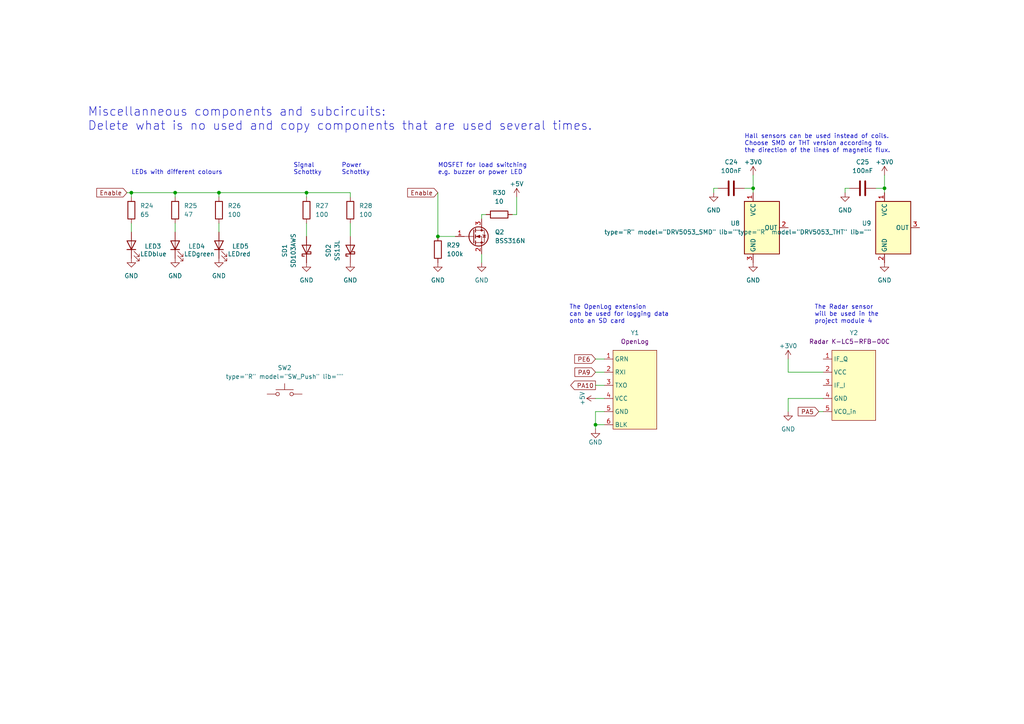
<source format=kicad_sch>
(kicad_sch (version 20230121) (generator eeschema)
  (paper "A4")
  (title_block (title "Miscellaneous") (date "2022-12-22") (company "hhrt@zhaw.ch"))
  (lib_symbols
    (symbol "Device:C" (pin_numbers hide) (pin_names (offset 0.254))
      (property "Reference" "C" (at 0.635 2.54 0))
      (property "Value" "C" (at 0.635 -2.54 0))
      (symbol "C_0_1"
        (polyline (pts (xy -2.032 -0.762) (xy 2.032 -0.762)) (stroke (width 0.508)))
        (polyline (pts (xy -2.032 0.762) (xy 2.032 0.762)) (stroke (width 0.508)))
      )
      (symbol "C_1_1"
        (pin passive line (at 0 3.81 270) (length 2.794) (name "~") (number "1"))
        (pin passive line (at 0 -3.81 90) (length 2.794) (name "~") (number "2"))
      )
    )
    (symbol "Device:D_Schottky" (pin_numbers hide) (pin_names (offset 1.016) hide)
      (property "Reference" "D" (at 0 2.54 0))
      (property "Value" "D_Schottky" (at 0 -2.54 0))
      (symbol "D_Schottky_0_1"
        (polyline (pts (xy 1.27 0) (xy -1.27 0)))
        (polyline (pts (xy 1.27 1.27) (xy 1.27 -1.27) (xy -1.27 0) (xy 1.27 1.27)) (stroke (width 0.254)))
        (polyline (pts (xy -1.905 0.635) (xy -1.905 1.27) (xy -1.27 1.27) (xy -1.27 -1.27) (xy -0.635 -1.27) (xy -0.635 -0.635)) (stroke (width 0.254)))
      )
      (symbol "D_Schottky_1_1"
        (pin passive line (at -3.81 0 0) (length 2.54) (name "K") (number "1"))
        (pin passive line (at 3.81 0 180) (length 2.54) (name "A") (number "2"))
      )
    )
    (symbol "Device:LED" (pin_numbers hide) (pin_names (offset 1.016) hide)
      (property "Reference" "D" (at 0 2.54 0))
      (property "Value" "LED" (at 0 -2.54 0))
      (symbol "LED_0_1"
        (polyline (pts (xy -1.27 -1.27) (xy -1.27 1.27)) (stroke (width 0.254)))
        (polyline (pts (xy -1.27 0) (xy 1.27 0)))
        (polyline (pts (xy 1.27 -1.27) (xy 1.27 1.27) (xy -1.27 0) (xy 1.27 -1.27)) (stroke (width 0.254)))
        (polyline (pts (xy -3.048 -0.762) (xy -4.572 -2.286) (xy -3.81 -2.286) (xy -4.572 -2.286) (xy -4.572 -1.524)))
        (polyline (pts (xy -1.778 -0.762) (xy -3.302 -2.286) (xy -2.54 -2.286) (xy -3.302 -2.286) (xy -3.302 -1.524)))
      )
      (symbol "LED_1_1"
        (pin passive line (at -3.81 0 0) (length 2.54) (name "K") (number "1"))
        (pin passive line (at 3.81 0 180) (length 2.54) (name "A") (number "2"))
      )
    )
    (symbol "Device:R" (pin_numbers hide) (pin_names (offset 0))
      (property "Reference" "R" (at 2.032 0 90))
      (property "Value" "R" (at 0 0 90))
      (symbol "R_0_1"
        (rectangle (start -1.016 -2.54) (end 1.016 2.54) (stroke (width 0.254)))
      )
      (symbol "R_1_1"
        (pin passive line (at 0 3.81 270) (length 1.27) (name "~") (number "1"))
        (pin passive line (at 0 -3.81 90) (length 1.27) (name "~") (number "2"))
      )
    )
    (symbol "HW_template:OpenLog"
      (property "Reference" "Y" (at 0 16.51 0))
      (property "Value" "${SIM.PARAMS}" (at 0 13.97 0))
      (property "Sim.Params" "OpenLog" (at 0 13.97 0))
      (symbol "OpenLog_0_1"
        (rectangle (start -6.35 11.43) (end 6.35 -11.43) (fill (type background)))
      )
      (symbol "OpenLog_1_1"
        (pin input line (at -8.89 8.89 0) (length 2.54) (name "GRN") (number "1"))
        (pin input line (at -8.89 5.08 0) (length 2.54) (name "RXI") (number "2"))
        (pin output line (at -8.89 1.27 0) (length 2.54) (name "TXO") (number "3"))
        (pin power_in line (at -8.89 -2.54 0) (length 2.54) (name "VCC") (number "4"))
        (pin power_in line (at -8.89 -6.35 0) (length 2.54) (name "GND") (number "5"))
        (pin power_in line (at -8.89 -10.16 0) (length 2.54) (name "BLK") (number "6"))
      )
    )
    (symbol "HW_template:Radar K-LC5-RFB-00C"
      (property "Reference" "Y" (at 0 15.24 0))
      (property "Value" "${SIM.PARAMS}" (at -1.27 12.7 0))
      (property "Sim.Params" "Radar K-LC5-RFB-00C" (at -1.27 12.7 0))
      (symbol "Radar K-LC5-RFB-00C_0_1"
        (rectangle (start -6.35 10.16) (end 6.35 -10.16) (fill (type background)))
      )
      (symbol "Radar K-LC5-RFB-00C_1_1"
        (pin output line (at -8.89 7.62 0) (length 2.54) (name "IF_Q") (number "1"))
        (pin power_in line (at -8.89 3.81 0) (length 2.54) (name "VCC") (number "2"))
        (pin output line (at -8.89 0 0) (length 2.54) (name "IF_I") (number "3"))
        (pin power_in line (at -8.89 -3.81 0) (length 2.54) (name "GND") (number "4"))
        (pin input line (at -8.89 -7.62 0) (length 2.54) (name "VCO_in") (number "5"))
      )
    )
    (symbol "Sensor_Magnetic:DRV5055A1xDBZxQ1"
      (property "Reference" "U" (at 2.54 12.7 0))
      (property "Value" "DRV5055A1xDBZxQ1" (at 2.54 10.16 0))
      (symbol "DRV5055A1xDBZxQ1_1_1"
        (rectangle (start -5.08 7.62) (end 5.08 -7.62) (stroke (width 0.254)) (fill (type background)))
        (pin power_in line (at -2.54 10.16 270) (length 2.54) (name "VCC") (number "1"))
        (pin output line (at 7.62 0 180) (length 2.54) (name "OUT") (number "2"))
        (pin power_in line (at -2.54 -10.16 90) (length 2.54) (name "GND") (number "3"))
      )
    )
    (symbol "Sensor_Magnetic:DRV5055A1xLPGxQ1"
      (property "Reference" "U" (at 5.08 12.7 0))
      (property "Value" "DRV5055A1xLPGxQ1" (at 7.62 10.16 0))
      (symbol "DRV5055A1xLPGxQ1_1_1"
        (rectangle (start -5.08 7.62) (end 5.08 -7.62) (stroke (width 0.254)) (fill (type background)))
        (pin power_in line (at -2.54 10.16 270) (length 2.54) (name "VCC") (number "1"))
        (pin power_in line (at -2.54 -10.16 90) (length 2.54) (name "GND") (number "2"))
        (pin output line (at 7.62 0 180) (length 2.54) (name "OUT") (number "3"))
      )
    )
    (symbol "Switch:SW_Push" (pin_numbers hide) (pin_names (offset 1.016) hide)
      (property "Reference" "SW" (at 1.27 2.54 0))
      (property "Value" "SW_Push" (at 0 -1.524 0))
      (symbol "SW_Push_0_1"
        (circle (center -2.032 0) (radius 0.508))
        (polyline (pts (xy 0 1.27) (xy 0 3.048)))
        (polyline (pts (xy 2.54 1.27) (xy -2.54 1.27)))
        (circle (center 2.032 0) (radius 0.508))
        (pin passive line (at -5.08 0 0) (length 2.54) (name "1") (number "1"))
        (pin passive line (at 5.08 0 180) (length 2.54) (name "2") (number "2"))
      )
    )
    (symbol "Transistor_FET:BSS138" (pin_names hide)
      (property "Reference" "Q" (at 5.08 1.905 0))
      (property "Value" "BSS138" (at 5.08 0 0))
      (symbol "BSS138_0_1"
        (polyline (pts (xy 0.254 0) (xy -2.54 0)))
        (polyline (pts (xy 0.254 1.905) (xy 0.254 -1.905)) (stroke (width 0.254)))
        (polyline (pts (xy 0.762 -1.27) (xy 0.762 -2.286)) (stroke (width 0.254)))
        (polyline (pts (xy 0.762 0.508) (xy 0.762 -0.508)) (stroke (width 0.254)))
        (polyline (pts (xy 0.762 2.286) (xy 0.762 1.27)) (stroke (width 0.254)))
        (polyline (pts (xy 2.54 2.54) (xy 2.54 1.778)))
        (polyline (pts (xy 2.54 -2.54) (xy 2.54 0) (xy 0.762 0)))
        (polyline (pts (xy 0.762 -1.778) (xy 3.302 -1.778) (xy 3.302 1.778) (xy 0.762 1.778)))
        (polyline (pts (xy 1.016 0) (xy 2.032 0.381) (xy 2.032 -0.381) (xy 1.016 0)) (fill (type outline)))
        (polyline (pts (xy 2.794 0.508) (xy 2.921 0.381) (xy 3.683 0.381) (xy 3.81 0.254)))
        (polyline (pts (xy 3.302 0.381) (xy 2.921 -0.254) (xy 3.683 -0.254) (xy 3.302 0.381)))
        (circle (center 1.651 0) (radius 2.794) (stroke (width 0.254)))
        (circle (center 2.54 -1.778) (radius 0.254) (fill (type outline)))
        (circle (center 2.54 1.778) (radius 0.254) (fill (type outline)))
      )
      (symbol "BSS138_1_1"
        (pin input line (at -5.08 0 0) (length 2.54) (name "G") (number "1"))
        (pin passive line (at 2.54 -5.08 90) (length 2.54) (name "S") (number "2"))
        (pin passive line (at 2.54 5.08 270) (length 2.54) (name "D") (number "3"))
      )
    )
    (symbol "power:+3V0" (power) (pin_names (offset 0))
      (property "Value" "+3V0" (at 0 3.556 0))
      (symbol "+3V0_0_1"
        (polyline (pts (xy -0.762 1.27) (xy 0 2.54)))
        (polyline (pts (xy 0 0) (xy 0 2.54)))
        (polyline (pts (xy 0 2.54) (xy 0.762 1.27)))
      )
      (symbol "+3V0_1_1"
        (pin power_in line (at 0 0 90) (length 0) hide (name "+3V0") (number "1"))
      )
    )
    (symbol "power:+5V" (power) (pin_names (offset 0))
      (property "Value" "+5V" (at 0 3.556 0))
      (symbol "+5V_0_1"
        (polyline (pts (xy -0.762 1.27) (xy 0 2.54)))
        (polyline (pts (xy 0 0) (xy 0 2.54)))
        (polyline (pts (xy 0 2.54) (xy 0.762 1.27)))
      )
      (symbol "+5V_1_1"
        (pin power_in line (at 0 0 90) (length 0) hide (name "+5V") (number "1"))
      )
    )
    (symbol "power:GND" (power) (pin_names (offset 0))
      (property "Value" "GND" (at 0 -3.81 0))
      (symbol "GND_0_1"
        (polyline (pts (xy 0 0) (xy 0 -1.27) (xy 1.27 -1.27) (xy 0 -2.54) (xy -1.27 -1.27) (xy 0 -1.27)))
      )
      (symbol "GND_1_1"
        (pin power_in line (at 0 0 270) (length 0) hide (name "GND") (number "1"))
      )
    )
  )
  (junction (at 172.72 123.19))
  (junction (at 127 68.58))
  (junction (at 63.5 55.88))
  (junction (at 218.44 54.61))
  (junction (at 256.54 54.61))
  (junction (at 88.9 55.88))
  (junction (at 50.8 55.88))
  (junction (at 38.1 55.88))
  (wire (pts (xy 63.5 64.77) (xy 63.5 67.31)))
  (wire (pts (xy 36.83 55.88) (xy 38.1 55.88)))
  (wire (pts (xy 149.86 57.15) (xy 149.86 62.23)))
  (wire (pts (xy 218.44 54.61) (xy 218.44 55.88)))
  (wire (pts (xy 38.1 55.88) (xy 50.8 55.88)))
  (wire (pts (xy 38.1 57.15) (xy 38.1 55.88)))
  (wire (pts (xy 101.6 55.88) (xy 101.6 57.15)))
  (wire (pts (xy 172.72 119.38) (xy 172.72 123.19)))
  (wire (pts (xy 245.11 54.61) (xy 245.11 55.88)))
  (wire (pts (xy 237.49 119.38) (xy 238.76 119.38)))
  (wire (pts (xy 148.59 62.23) (xy 149.86 62.23)))
  (wire (pts (xy 38.1 64.77) (xy 38.1 67.31)))
  (wire (pts (xy 101.6 64.77) (xy 101.6 68.58)))
  (wire (pts (xy 88.9 55.88) (xy 101.6 55.88)))
  (wire (pts (xy 172.72 104.14) (xy 175.26 104.14)))
  (wire (pts (xy 172.72 111.76) (xy 175.26 111.76)))
  (wire (pts (xy 256.54 54.61) (xy 256.54 55.88)))
  (wire (pts (xy 172.72 115.57) (xy 175.26 115.57)))
  (wire (pts (xy 127 68.58) (xy 132.08 68.58)))
  (wire (pts (xy 207.01 54.61) (xy 207.01 55.88)))
  (wire (pts (xy 254 54.61) (xy 256.54 54.61)))
  (wire (pts (xy 140.97 62.23) (xy 139.7 62.23)))
  (wire (pts (xy 172.72 123.19) (xy 172.72 124.46)))
  (wire (pts (xy 238.76 115.57) (xy 228.6 115.57)))
  (wire (pts (xy 246.38 54.61) (xy 245.11 54.61)))
  (wire (pts (xy 218.44 50.8) (xy 218.44 54.61)))
  (wire (pts (xy 228.6 115.57) (xy 228.6 119.38)))
  (wire (pts (xy 139.7 73.66) (xy 139.7 76.2)))
  (wire (pts (xy 228.6 107.95) (xy 238.76 107.95)))
  (wire (pts (xy 139.7 62.23) (xy 139.7 63.5)))
  (wire (pts (xy 175.26 119.38) (xy 172.72 119.38)))
  (wire (pts (xy 208.28 54.61) (xy 207.01 54.61)))
  (wire (pts (xy 63.5 55.88) (xy 88.9 55.88)))
  (wire (pts (xy 88.9 55.88) (xy 88.9 57.15)))
  (wire (pts (xy 172.72 107.95) (xy 175.26 107.95)))
  (wire (pts (xy 88.9 64.77) (xy 88.9 68.58)))
  (wire (pts (xy 172.72 123.19) (xy 175.26 123.19)))
  (wire (pts (xy 50.8 55.88) (xy 63.5 55.88)))
  (wire (pts (xy 63.5 55.88) (xy 63.5 57.15)))
  (wire (pts (xy 215.9 54.61) (xy 218.44 54.61)))
  (wire (pts (xy 256.54 50.8) (xy 256.54 54.61)))
  (wire (pts (xy 50.8 64.77) (xy 50.8 67.31)))
  (wire (pts (xy 127 55.88) (xy 127 68.58)))
  (wire (pts (xy 228.6 104.14) (xy 228.6 107.95)))
  (wire (pts (xy 50.8 55.88) (xy 50.8 57.15)))
  (text "The Radar sensor\nwill be used in the\nproject module 4" (at 236.22 93.98 0) (effects (font (size 1.27 1.27)) (justify left bottom)))
  (text "MOSFET for load switching\ne.g. buzzer or power LED" (at 127 50.8 0) (effects (font (size 1.27 1.27)) (justify left bottom)))
  (text "The OpenLog extension\ncan be used for logging data\nonto an SD card" (at 165.1 93.98 0) (effects (font (size 1.27 1.27)) (justify left bottom)))
  (text "LEDs with different colours" (at 38.1 50.8 0) (effects (font (size 1.27 1.27)) (justify left bottom)))
  (text "Signal\nSchottky" (at 85.09 50.8 0) (effects (font (size 1.27 1.27)) (justify left bottom)))
  (text "Hall sensors can be used instead of coils.\nChoose SMD or THT version according to\nthe direction of the lines of magnetic flux." (at 215.9 44.45 0) (effects (font (size 1.27 1.27)) (justify left bottom)))
  (text "Power\nSchottky" (at 99.06 50.8 0) (effects (font (size 1.27 1.27)) (justify left bottom)))
  (text "Miscellanneous components and subcircuits:\nDelete what is no used and copy components that are used several times." (at 25.4 38.1 0) (effects (font (size 2.54 2.54)) (justify left bottom)))
  (global_label "Enable" (shape input) (at 127 55.88 180) (property "Intersheetrefs" "${INTERSHEET_REFS}" (effects hide)))
  (global_label "PA9" (shape input) (at 172.72 107.95 180) (property "Intersheetrefs" "${INTERSHEET_REFS}" (effects hide)))
  (global_label "Enable" (shape input) (at 36.83 55.88 180) (property "Intersheetrefs" "${INTERSHEET_REFS}" (effects hide)))
  (global_label "PE6" (shape input) (at 172.72 104.14 180) (property "Intersheetrefs" "${INTERSHEET_REFS}" (effects hide)))
  (global_label "PA5" (shape input) (at 237.49 119.38 180) (property "Intersheetrefs" "${INTERSHEET_REFS}" (effects hide)))
  (global_label "PA10" (shape output) (at 172.72 111.76 180) (property "Intersheetrefs" "${INTERSHEET_REFS}" (effects hide)))
  (symbol (lib_id "power:GND") (at 63.5 74.93 0) (unit 1)
    (property "Reference" "#PWR049" (effects hide))
    (property "Value" "GND" (at 63.5 80.01 0))
  )
  (symbol (lib_id "power:GND") (at 88.9 76.2 0) (unit 1)
    (property "Reference" "#PWR050" (effects hide))
    (property "Value" "GND" (at 88.9 81.28 0))
  )
  (symbol (lib_id "Device:R") (at 50.8 60.96 0) (unit 1)
    (property "Reference" "R25" (at 53.34 59.6899 0) (effects (justify left)))
    (property "Value" "47" (at 53.34 62.2299 0) (effects (justify left)))
    (property "Footprint" "Resistor_SMD:R_0805_2012Metric_Pad1.20x1.40mm_HandSolder" (effects hide))
  )
  (symbol (lib_id "power:GND") (at 172.72 124.46 0) (unit 1)
    (property "Reference" "#PWR056" (effects hide))
    (property "Value" "GND" (at 172.72 128.27 0))
  )
  (symbol (lib_id "Sensor_Magnetic:DRV5055A1xLPGxQ1") (at 259.08 66.04 0) (unit 1)
    (property "Reference" "U9" (at 252.73 64.7699 0) (effects (justify right)))
    (property "Value" "${SIM.PARAMS}" (at 252.73 67.3099 0) (effects (justify right)))
    (property "Footprint" "HW_template:TO-92Flat_wide" (effects hide))
    (property "Datasheet" "https://www.ti.com/product/DRV5053" (effects hide))
    (property "Sim.Enable" "0" (effects hide))
    (property "Sim.Device" "SPICE" (effects hide))
    (property "Sim.Params" "type=\"R\" model=\"DRV5053_THT\" lib=\"\"" (effects hide))
    (property "Sim.Pins" "1=1 2=2 3=3" (effects hide))
  )
  (symbol (lib_id "Device:R") (at 144.78 62.23 270) (unit 1)
    (property "Reference" "R30" (at 144.78 55.88 90))
    (property "Value" "10" (at 144.78 58.42 90))
    (property "Footprint" "Resistor_SMD:R_0805_2012Metric_Pad1.20x1.40mm_HandSolder" (effects hide))
  )
  (symbol (lib_id "power:GND") (at 38.1 74.93 0) (unit 1)
    (property "Reference" "#PWR047" (effects hide))
    (property "Value" "GND" (at 38.1 80.01 0))
  )
  (symbol (lib_id "HW_template:Radar K-LC5-RFB-00C") (at 247.65 111.76 0) (unit 1)
    (property "Reference" "Y2" (at 247.65 96.52 0))
    (property "Value" "${SIM.PARAMS}" (at 246.38 99.06 0))
    (property "Footprint" "HW_template:Radar_K-LC5" (effects hide))
    (property "Datasheet" "https://rfbeam.ch/product/k-lc5-radar-transceiver/" (effects hide))
    (property "Sim.Enable" "0" (effects hide))
    (property "Sim.Device" "SPICE" (effects hide))
    (property "Sim.Params" "Radar K-LC5-RFB-00C" (at 246.38 99.06 0))
    (property "Sim.Pins" "1=1 2=2 3=3 4=4 5=5" (effects hide))
  )
  (symbol (lib_id "Device:LED") (at 63.5 71.12 90) (unit 1)
    (property "Reference" "LED5" (at 67.31 71.4374 90) (effects (justify right)))
    (property "Value" "LEDred" (at 66.04 73.66 90) (effects (justify right)))
    (property "Footprint" "LED_SMD:LED_1206_3216Metric_Pad1.42x1.75mm_HandSolder" (effects hide))
    (property "Sim.Library" "spice\\miscellaneous.lib" (effects hide))
    (property "Sim.Name" "LEDred" (effects hide))
    (property "Sim.Pins" "2=1 1=2" (effects hide))
  )
  (symbol (lib_id "power:+5V") (at 149.86 57.15 0) (unit 1)
    (property "Reference" "#PWR054" (effects hide))
    (property "Value" "+5V" (at 149.86 53.34 0))
  )
  (symbol (lib_id "Sensor_Magnetic:DRV5055A1xDBZxQ1") (at 220.98 66.04 0) (unit 1)
    (property "Reference" "U8" (at 214.63 64.7699 0) (effects (justify right)))
    (property "Value" "${SIM.PARAMS}" (at 214.63 67.3099 0) (effects (justify right)))
    (property "Footprint" "Package_TO_SOT_SMD:SOT-23" (effects hide))
    (property "Sim.Enable" "0" (effects hide))
    (property "Sim.Device" "SPICE" (effects hide))
    (property "Sim.Params" "type=\"R\" model=\"DRV5053_SMD\" lib=\"\"" (effects hide))
    (property "Sim.Pins" "1=1 2=2 3=3" (effects hide))
  )
  (symbol (lib_id "Device:R") (at 38.1 60.96 0) (unit 1)
    (property "Reference" "R24" (at 40.64 59.69 0) (effects (justify left)))
    (property "Value" "65" (at 40.64 62.23 0) (effects (justify left)))
    (property "Footprint" "Resistor_SMD:R_0805_2012Metric_Pad1.20x1.40mm_HandSolder" (effects hide))
  )
  (symbol (lib_id "Device:R") (at 63.5 60.96 0) (unit 1)
    (property "Reference" "R26" (at 66.04 59.6899 0) (effects (justify left)))
    (property "Value" "100" (at 66.04 62.2299 0) (effects (justify left)))
    (property "Footprint" "Resistor_SMD:R_0805_2012Metric_Pad1.20x1.40mm_HandSolder" (effects hide))
  )
  (symbol (lib_id "power:GND") (at 245.11 55.88 0) (unit 1)
    (property "Reference" "#PWR062" (effects hide))
    (property "Value" "GND" (at 245.11 60.96 0))
  )
  (symbol (lib_id "power:+3V0") (at 218.44 50.8 0) (unit 1)
    (property "Reference" "#PWR058" (effects hide))
    (property "Value" "+3V0" (at 218.44 46.99 0))
  )
  (symbol (lib_id "power:GND") (at 228.6 119.38 0) (unit 1)
    (property "Reference" "#PWR061" (effects hide))
    (property "Value" "GND" (at 228.6 124.46 0))
  )
  (symbol (lib_id "Device:D_Schottky") (at 88.9 72.39 90) (unit 1)
    (property "Reference" "SD1" (at 82.55 72.7075 0))
    (property "Value" "SD103AWS" (at 85.09 72.7075 0))
    (property "Footprint" "Diode_SMD:D_SOD-323_HandSoldering" (effects hide))
    (property "Sim.Library" "spice\\miscellaneous.lib" (effects hide))
    (property "Sim.Name" "DI_SD103AWS" (effects hide))
    (property "Sim.Pins" "2=1 1=2" (effects hide))
  )
  (symbol (lib_id "Device:C") (at 212.09 54.61 90) (unit 1)
    (property "Reference" "C24" (at 212.09 46.99 90))
    (property "Value" "100nF" (at 212.09 49.53 90))
    (property "Footprint" "Capacitor_SMD:C_0805_2012Metric_Pad1.18x1.45mm_HandSolder" (effects hide))
  )
  (symbol (lib_id "HW_template:OpenLog") (at 184.15 113.03 0) (unit 1)
    (property "Reference" "Y1" (at 184.15 96.52 0))
    (property "Value" "${SIM.PARAMS}" (at 184.15 99.06 0))
    (property "Footprint" "Connector_PinHeader_2.54mm:PinHeader_1x06_P2.54mm_Vertical" (effects hide))
    (property "Datasheet" "https://learn.sparkfun.com/tutorials/openlog-hookup-guide" (effects hide))
    (property "Sim.Enable" "0" (effects hide))
    (property "Sim.Device" "SPICE" (effects hide))
    (property "Sim.Params" "OpenLog" (at 184.15 99.06 0))
    (property "Sim.Pins" "1=1 2=2 3=3 4=4 5=5 6=6" (effects hide))
  )
  (symbol (lib_id "Device:D_Schottky") (at 101.6 72.39 90) (unit 1)
    (property "Reference" "SD2" (at 95.25 72.7075 0))
    (property "Value" "SS13L" (at 97.79 72.7075 0))
    (property "Footprint" "Diode_SMD:D_SMA" (effects hide))
    (property "Sim.Library" "spice\\miscellaneous.lib" (effects hide))
    (property "Sim.Name" "SS13L" (effects hide))
    (property "Sim.Pins" "2=1 1=2" (effects hide))
  )
  (symbol (lib_id "Transistor_FET:BSS138") (at 137.16 68.58 0) (unit 1)
    (property "Reference" "Q2" (at 143.51 67.3099 0) (effects (justify left)))
    (property "Value" "BSS316N" (at 143.51 69.8499 0) (effects (justify left)))
    (property "Footprint" "Package_TO_SOT_SMD:SOT-23" (effects hide))
    (property "Datasheet" "https://www.infineon.com/dgdl/Infineon-BSS316N-DS-v02_03-EN.pdf?fileId=db3a304330f686060130ff7ee4b07f16" (effects hide))
    (property "Sim.Library" "spice\\miscellaneous.lib" (effects hide))
    (property "Sim.Name" "BSS316N" (effects hide))
    (property "Sim.Pins" "3=1 1=2 2=3" (effects hide))
  )
  (symbol (lib_id "power:GND") (at 127 76.2 0) (unit 1)
    (property "Reference" "#PWR052" (effects hide))
    (property "Value" "GND" (at 127 81.28 0))
  )
  (symbol (lib_id "power:GND") (at 218.44 76.2 0) (unit 1)
    (property "Reference" "#PWR059" (effects hide))
    (property "Value" "GND" (at 218.44 81.28 0))
  )
  (symbol (lib_id "Device:LED") (at 50.8 71.12 90) (unit 1)
    (property "Reference" "LED4" (at 54.61 71.4374 90) (effects (justify right)))
    (property "Value" "LEDgreen" (at 53.34 73.66 90) (effects (justify right)))
    (property "Footprint" "LED_SMD:LED_1206_3216Metric_Pad1.42x1.75mm_HandSolder" (effects hide))
    (property "Sim.Library" "spice\\miscellaneous.lib" (effects hide))
    (property "Sim.Name" "LEDgreen" (effects hide))
    (property "Sim.Pins" "2=1 1=2" (effects hide))
  )
  (symbol (lib_id "Device:LED") (at 38.1 71.12 90) (unit 1)
    (property "Reference" "LED3" (at 41.91 71.4374 90) (effects (justify right)))
    (property "Value" "LEDblue" (at 40.64 73.66 90) (effects (justify right)))
    (property "Footprint" "LED_SMD:LED_1206_3216Metric_Pad1.42x1.75mm_HandSolder" (effects hide))
    (property "Sim.Library" "spice\\miscellaneous.lib" (effects hide))
    (property "Sim.Name" "LEDblue" (effects hide))
    (property "Sim.Pins" "2=1 1=2" (effects hide))
  )
  (symbol (lib_id "Device:R") (at 127 72.39 0) (unit 1)
    (property "Reference" "R29" (at 129.54 71.1199 0) (effects (justify left)))
    (property "Value" "100k" (at 129.54 73.6599 0) (effects (justify left)))
    (property "Footprint" "Resistor_SMD:R_0805_2012Metric_Pad1.20x1.40mm_HandSolder" (effects hide))
  )
  (symbol (lib_id "power:+3V0") (at 256.54 50.8 0) (unit 1)
    (property "Reference" "#PWR063" (effects hide))
    (property "Value" "+3V0" (at 256.54 46.99 0))
  )
  (symbol (lib_id "power:GND") (at 256.54 76.2 0) (unit 1)
    (property "Reference" "#PWR064" (effects hide))
    (property "Value" "GND" (at 256.54 81.28 0))
  )
  (symbol (lib_id "power:+5V") (at 172.72 115.57 90) (unit 1)
    (property "Reference" "#PWR055" (effects hide))
    (property "Value" "+5V" (at 168.91 115.57 0))
  )
  (symbol (lib_id "power:+3V0") (at 228.6 104.14 0) (unit 1)
    (property "Reference" "#PWR060" (effects hide))
    (property "Value" "+3V0" (at 228.6 100.33 0))
  )
  (symbol (lib_id "Device:C") (at 250.19 54.61 90) (unit 1)
    (property "Reference" "C25" (at 250.19 46.99 90))
    (property "Value" "100nF" (at 250.19 49.53 90))
    (property "Footprint" "Capacitor_SMD:C_0805_2012Metric_Pad1.18x1.45mm_HandSolder" (effects hide))
    (property "Sim.Device" "SPICE" (effects hide))
    (property "Sim.Params" "type=\"C\" model=\"10u\" lib=\"\"" (effects hide))
    (property "Sim.Pins" "1=1 2=2" (effects hide))
  )
  (symbol (lib_id "Switch:SW_Push") (at 82.55 114.3 0) (unit 1)
    (property "Reference" "SW2" (at 82.55 106.68 0))
    (property "Value" "${SIM.PARAMS}" (at 82.55 109.22 0))
    (property "Footprint" "Button_Switch_SMD:SW_SPST_PTS645" (effects hide))
    (property "Sim.Enable" "0" (effects hide))
    (property "Sim.Device" "SPICE" (effects hide))
    (property "Sim.Params" "type=\"R\" model=\"SW_Push\" lib=\"\"" (effects hide))
    (property "Sim.Pins" "1=1 2=2" (effects hide))
  )
  (symbol (lib_id "power:GND") (at 50.8 74.93 0) (unit 1)
    (property "Reference" "#PWR048" (effects hide))
    (property "Value" "GND" (at 50.8 80.01 0))
  )
  (symbol (lib_id "power:GND") (at 139.7 76.2 0) (unit 1)
    (property "Reference" "#PWR053" (effects hide))
    (property "Value" "GND" (at 139.7 81.28 0))
  )
  (symbol (lib_id "Device:R") (at 88.9 60.96 0) (unit 1)
    (property "Reference" "R27" (at 91.44 59.6899 0) (effects (justify left)))
    (property "Value" "100" (at 91.44 62.2299 0) (effects (justify left)))
    (property "Footprint" "Resistor_SMD:R_0805_2012Metric_Pad1.20x1.40mm_HandSolder" (effects hide))
  )
  (symbol (lib_id "power:GND") (at 207.01 55.88 0) (unit 1)
    (property "Reference" "#PWR057" (effects hide))
    (property "Value" "GND" (at 207.01 60.96 0))
  )
  (symbol (lib_id "Device:R") (at 101.6 60.96 0) (unit 1)
    (property "Reference" "R28" (at 104.14 59.6899 0) (effects (justify left)))
    (property "Value" "100" (at 104.14 62.2299 0) (effects (justify left)))
    (property "Footprint" "Resistor_SMD:R_0805_2012Metric_Pad1.20x1.40mm_HandSolder" (effects hide))
  )
  (symbol (lib_id "power:GND") (at 101.6 76.2 0) (unit 1)
    (property "Reference" "#PWR051" (effects hide))
    (property "Value" "GND" (at 101.6 81.28 0))
  )
)
</source>
